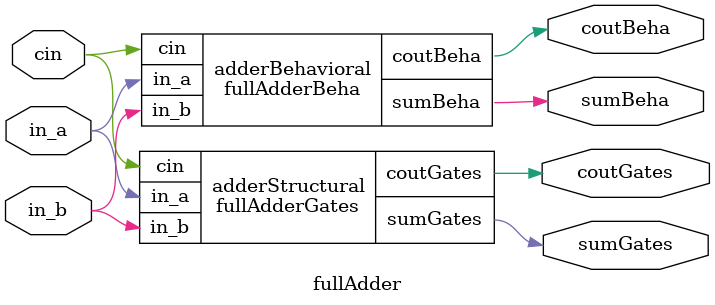
<source format=v>

module fullAdderGates(input in_a, input in_b, input cin, output sumGates, output coutGates);
    wire xor1_out, xor2_out, and1_out, and2_out, or_out;

    // First XOR: A ^ B
    gateXor xor1(.in_a(in_a), .in_b(in_b), .out(xor1_out));

    // Second XOR: (A ^ B) ^ Cin
    gateXor xor2(.in_a(xor1_out), .in_b(cin), .out(sumGates));

    // First AND: A & B
    gateAnd and1(.in_a(in_a), .in_b(in_b), .out(and1_out));

    // Second AND: (A ^ B) & Cin
    gateAnd and2(.in_a(xor1_out), .in_b(cin), .out(and2_out));

    // Final OR: Carry = (A & B) | ((A ^ B) & Cin)
    gateOr or1(.in_a(and1_out), .in_b(and2_out), .out(coutGates));
endmodule


module fullAdderBeha(input in_a, input in_b, input cin, output sumBeha, output coutBeha);
    // Behavioral implementation of the full adder
    assign sumBeha = in_a ^ in_b ^ cin;
    assign coutBeha = (in_a & in_b) | ((in_a ^ in_b) & cin);
endmodule


module fullAdder(input in_a, input in_b, input cin, output sumGates, output coutGates, output sumBeha, output coutBeha);
    // Instantiating both full adder designs
    fullAdderGates adderStructural (.in_a(in_a), .in_b(in_b), .cin(cin), .sumGates(sumGates), .coutGates(coutGates));
    fullAdderBeha adderBehavioral (.in_a(in_a), .in_b(in_b), .cin(cin), .sumBeha(sumBeha), .coutBeha(coutBeha));
endmodule

</source>
